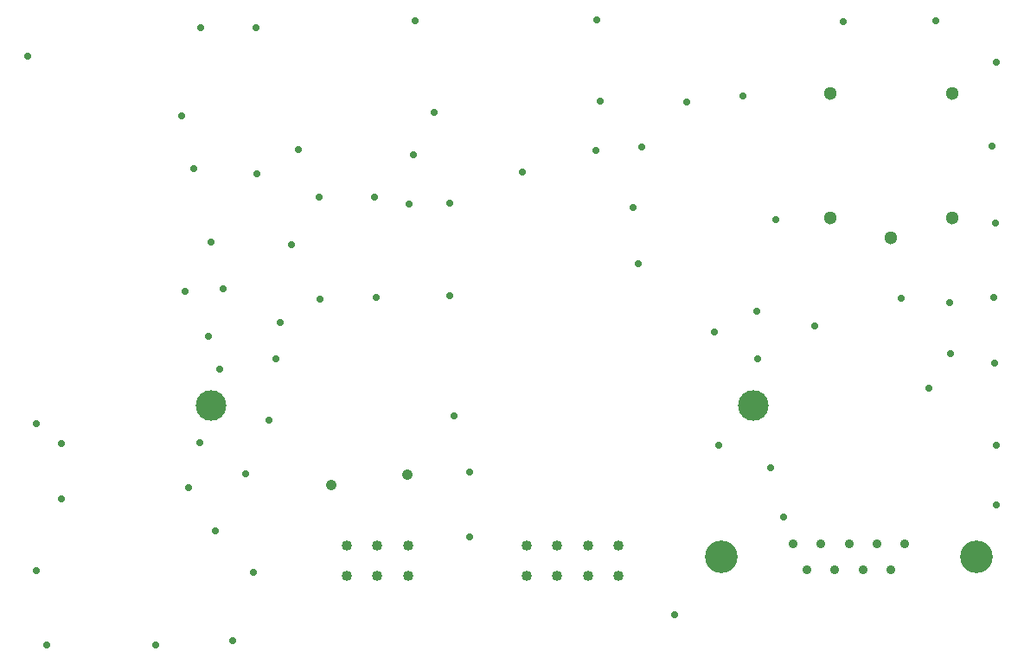
<source format=gbr>
%TF.GenerationSoftware,Altium Limited,Altium Designer,25.8.1 (18)*%
G04 Layer_Color=0*
%FSLAX45Y45*%
%MOMM*%
%TF.SameCoordinates,0F1D7CA1-D0BB-481A-9C26-AB2C8EFFB1FF*%
%TF.FilePolarity,Positive*%
%TF.FileFunction,Plated,1,2,PTH,Drill*%
%TF.Part,Single*%
G01*
G75*
%TA.AperFunction,OtherDrill,Pad Free-6 (93mm,117.7mm)*%
%ADD64C,3.00000*%
%TA.AperFunction,ComponentDrill*%
%ADD65C,0.90000*%
%ADD66C,1.02000*%
%ADD67C,1.05000*%
%TA.AperFunction,OtherDrill,Pad Free-7 (146.1mm,117.7mm)*%
%ADD68C,3.00000*%
%TA.AperFunction,ComponentDrill*%
%ADD69C,1.30000*%
%ADD70C,3.20000*%
%TA.AperFunction,ViaDrill,NotFilled*%
%ADD71C,0.71120*%
D64*
X9300000Y11770000D02*
D03*
D65*
X14999001Y10414000D02*
D03*
X15821001D02*
D03*
X15547000D02*
D03*
X16095000D02*
D03*
X15273000D02*
D03*
X15958000Y10160000D02*
D03*
X15684000D02*
D03*
X15410001D02*
D03*
X15136000D02*
D03*
D66*
X12390000Y10100000D02*
D03*
X10630000D02*
D03*
X12690000Y10400000D02*
D03*
X12989999D02*
D03*
X13289999D02*
D03*
X12690000Y10100000D02*
D03*
X12989999D02*
D03*
X13289999D02*
D03*
X12390000Y10400000D02*
D03*
X10930000Y10100000D02*
D03*
Y10400000D02*
D03*
X10630000D02*
D03*
X11230000Y10100000D02*
D03*
Y10400000D02*
D03*
D67*
X10475000Y10990000D02*
D03*
X11225000Y11090000D02*
D03*
D68*
X14610001Y11770000D02*
D03*
D69*
X15360001Y13610001D02*
D03*
X16560001Y14830000D02*
D03*
X15360001D02*
D03*
X16560001Y13610001D02*
D03*
X15960001Y13410001D02*
D03*
D70*
X16797000Y10287000D02*
D03*
X14297000D02*
D03*
D71*
X16400000Y15539999D02*
D03*
X16989999Y15130000D02*
D03*
X15489999Y15530000D02*
D03*
X13960001Y14739999D02*
D03*
X16950000Y14310001D02*
D03*
X13520000Y14300000D02*
D03*
X13080000Y15550000D02*
D03*
X13110001Y14750000D02*
D03*
X13070000Y14270000D02*
D03*
X14830000Y13589999D02*
D03*
X16980000Y13560001D02*
D03*
X13480000Y13160001D02*
D03*
X12350000Y14060001D02*
D03*
X11640000Y13750000D02*
D03*
X11490000Y14639999D02*
D03*
X11300000Y15539999D02*
D03*
X11280000Y14230000D02*
D03*
X10360000Y13810001D02*
D03*
X10900000D02*
D03*
X11240000Y13739999D02*
D03*
X16960001Y12830000D02*
D03*
X16530000Y12780000D02*
D03*
X16539999Y12280000D02*
D03*
X15210001Y12550000D02*
D03*
X16970000Y12190000D02*
D03*
X16989999Y11380000D02*
D03*
Y10800000D02*
D03*
X16330000Y11940000D02*
D03*
X14639999Y12690000D02*
D03*
X14650000Y12230000D02*
D03*
X14270000Y11380000D02*
D03*
X11640000Y12850000D02*
D03*
X10370000Y12810001D02*
D03*
X11680000Y11670000D02*
D03*
X10920000Y12830000D02*
D03*
X14780000Y11160000D02*
D03*
X14910001Y10680000D02*
D03*
X13839999Y9720000D02*
D03*
X11830000Y11120000D02*
D03*
Y10480000D02*
D03*
X10160000Y14280000D02*
D03*
X9740000Y15470000D02*
D03*
X9130000Y14089999D02*
D03*
X9750000Y14039999D02*
D03*
X10090000Y13350000D02*
D03*
X9980000Y12580000D02*
D03*
X9420000Y12910001D02*
D03*
X9300000Y13370000D02*
D03*
X9280000Y12450000D02*
D03*
X9200000Y15470000D02*
D03*
X7510000Y15189999D02*
D03*
X9010000Y14610001D02*
D03*
X9050000Y12889999D02*
D03*
X9870000Y11630000D02*
D03*
X9940000Y12230000D02*
D03*
X9390000Y12130000D02*
D03*
X9190000Y11410000D02*
D03*
X9640000Y11100000D02*
D03*
X9340000Y10540000D02*
D03*
X9510000Y9470000D02*
D03*
X9720000Y10140000D02*
D03*
X9080000Y10970000D02*
D03*
X8760000Y9430000D02*
D03*
X7840000Y11400000D02*
D03*
Y10860000D02*
D03*
X7590000Y11590000D02*
D03*
Y10150000D02*
D03*
X7690000Y9430000D02*
D03*
X16060001Y12820000D02*
D03*
X14510001Y14800000D02*
D03*
X13430000Y13710001D02*
D03*
X14230000Y12490000D02*
D03*
%TF.MD5,c518ff116540bbe57c22133282b4b45e*%
M02*

</source>
